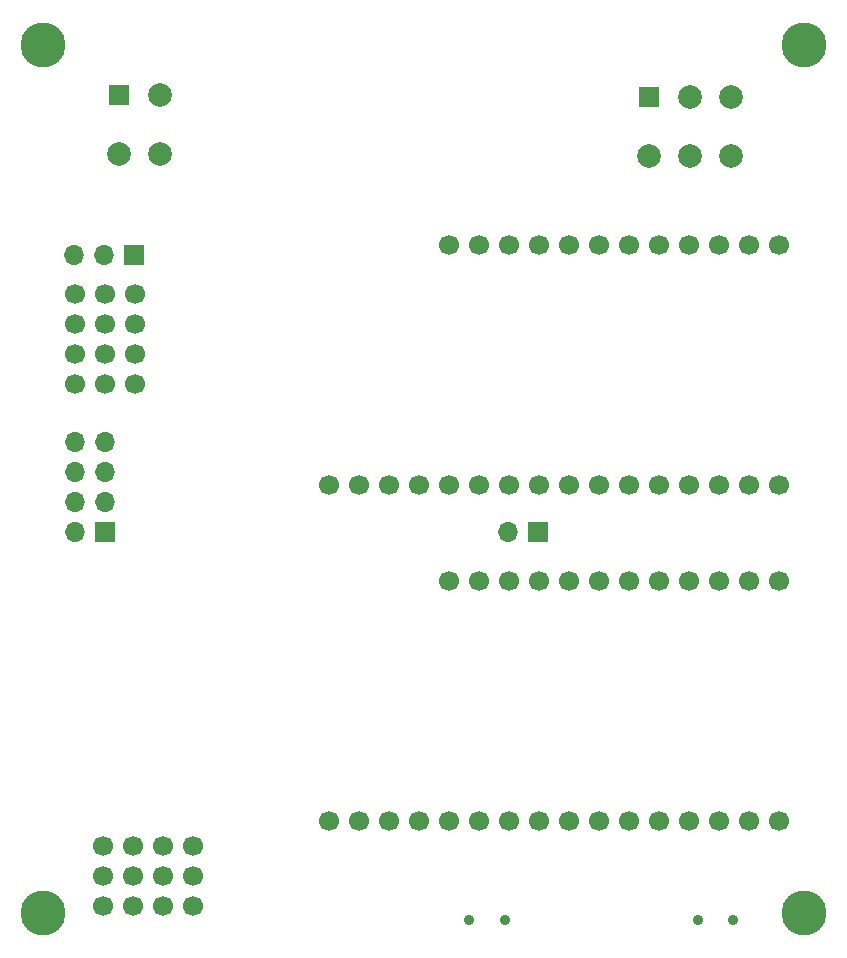
<source format=gbr>
%TF.GenerationSoftware,KiCad,Pcbnew,8.0.3*%
%TF.CreationDate,2024-12-09T22:45:42-06:00*%
%TF.ProjectId,M4_CAN_Feather_Carrier,4d345f43-414e-45f4-9665-61746865725f,6*%
%TF.SameCoordinates,Original*%
%TF.FileFunction,Soldermask,Bot*%
%TF.FilePolarity,Negative*%
%FSLAX46Y46*%
G04 Gerber Fmt 4.6, Leading zero omitted, Abs format (unit mm)*
G04 Created by KiCad (PCBNEW 8.0.3) date 2024-12-09 22:45:42*
%MOMM*%
%LPD*%
G01*
G04 APERTURE LIST*
%ADD10C,3.800000*%
%ADD11C,1.700000*%
%ADD12R,1.700000X1.700000*%
%ADD13O,1.700000X1.700000*%
%ADD14C,0.900000*%
%ADD15R,1.800000X1.800000*%
%ADD16C,2.000000*%
G04 APERTURE END LIST*
D10*
%TO.C,H2*%
X0Y-73500000D03*
%TD*%
%TO.C,H1*%
X0Y0D03*
%TD*%
%TO.C,H4*%
X64500000Y0D03*
%TD*%
D11*
%TO.C,J3*%
X7787000Y-21132300D03*
X5247000Y-21132300D03*
X2707000Y-21132300D03*
X7787000Y-23672300D03*
X5247000Y-23672300D03*
X2707000Y-23672300D03*
X7787000Y-26212300D03*
X5247000Y-26212300D03*
X2707000Y-26212300D03*
X7787000Y-28752300D03*
X5247000Y-28752300D03*
X2707000Y-28752300D03*
%TD*%
D12*
%TO.C,J5*%
X7708500Y-17850300D03*
D13*
X5168500Y-17850300D03*
X2628500Y-17850300D03*
%TD*%
D11*
%TO.C,J7*%
X5115714Y-67830000D03*
X5115714Y-70370000D03*
X5115714Y-72910000D03*
X7655714Y-67830000D03*
X7655714Y-70370000D03*
X7655714Y-72910000D03*
X10195714Y-67830000D03*
X10195714Y-70370000D03*
X10195714Y-72910000D03*
X12735714Y-67830000D03*
X12735714Y-70370000D03*
X12735714Y-72910000D03*
%TD*%
D14*
%TO.C,S2*%
X36120000Y-74100000D03*
X39120000Y-74100000D03*
%TD*%
%TO.C,S1*%
X55480000Y-74100000D03*
X58480000Y-74100000D03*
%TD*%
D12*
%TO.C,J6*%
X41915000Y-41275000D03*
D13*
X39375000Y-41275000D03*
%TD*%
D10*
%TO.C,H3*%
X64500000Y-73500000D03*
%TD*%
D12*
%TO.C,J4*%
X5247000Y-41300000D03*
D13*
X2707000Y-41300000D03*
X5247000Y-38760000D03*
X2707000Y-38760000D03*
X5247000Y-36220000D03*
X2707000Y-36220000D03*
X5247000Y-33680000D03*
X2707000Y-33680000D03*
%TD*%
D11*
%TO.C,U2*%
X24270000Y-65705000D03*
X26780000Y-65705000D03*
X29320000Y-65705000D03*
X31860000Y-65705000D03*
X34400000Y-65705000D03*
X36940000Y-65705000D03*
X39480000Y-65705000D03*
X42020000Y-65705000D03*
X44560000Y-65705000D03*
X47100000Y-65705000D03*
X49640000Y-65705000D03*
X52180000Y-65705000D03*
X54720000Y-65705000D03*
X57260000Y-65705000D03*
X59800000Y-65705000D03*
X62340000Y-65705000D03*
X62340000Y-45385000D03*
X59800000Y-45385000D03*
X57260000Y-45385000D03*
X54720000Y-45385000D03*
X52180000Y-45385000D03*
X49640000Y-45385000D03*
X47100000Y-45385000D03*
X44560000Y-45385000D03*
X42020000Y-45385000D03*
X39480000Y-45385000D03*
X36940000Y-45385000D03*
X34400000Y-45385000D03*
%TD*%
%TO.C,U6*%
X24270000Y-37325000D03*
X26780000Y-37325000D03*
X29320000Y-37325000D03*
X31860000Y-37325000D03*
X34400000Y-37325000D03*
X36940000Y-37325000D03*
X39480000Y-37325000D03*
X42020000Y-37325000D03*
X44560000Y-37325000D03*
X47100000Y-37325000D03*
X49640000Y-37325000D03*
X52180000Y-37325000D03*
X54720000Y-37325000D03*
X57260000Y-37325000D03*
X59800000Y-37325000D03*
X62340000Y-37325000D03*
X62340000Y-17005000D03*
X59800000Y-17005000D03*
X57260000Y-17005000D03*
X54720000Y-17005000D03*
X52180000Y-17005000D03*
X49640000Y-17005000D03*
X47100000Y-17005000D03*
X44560000Y-17005000D03*
X42020000Y-17005000D03*
X39480000Y-17005000D03*
X36940000Y-17005000D03*
X34400000Y-17005000D03*
%TD*%
D15*
%TO.C,J1*%
X6450000Y-4250000D03*
D16*
X6450000Y-9250000D03*
X9950000Y-4250000D03*
X9950000Y-9250000D03*
%TD*%
D15*
%TO.C,J2*%
X51300000Y-4400000D03*
D16*
X51300000Y-9400000D03*
X54800000Y-4400000D03*
X54800000Y-9400000D03*
X58300000Y-4400000D03*
X58300000Y-9400000D03*
%TD*%
M02*

</source>
